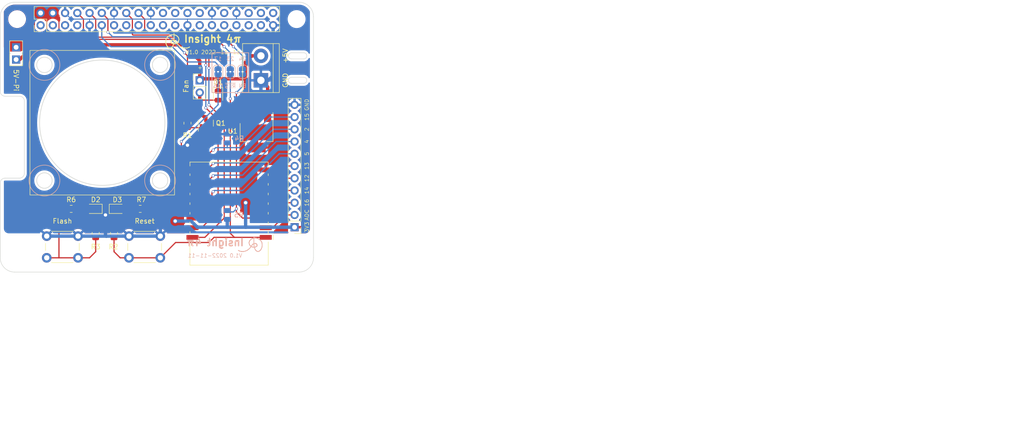
<source format=kicad_pcb>
(kicad_pcb (version 20211014) (generator pcbnew)
  (title_block (title "Insight 4π") (date "2022-11-11") (rev "1.0"))
  (layers (0 "F.Cu" mixed) (31 "B.Cu" mixed) (34 "B.Paste" user) (35 "F.Paste" user) (36 "B.SilkS" user "B.Silkscreen") (37 "F.SilkS" user "F.Silkscreen") (38 "B.Mask" user) (39 "F.Mask" user) (44 "Edge.Cuts" user))
  (net 0 "")
  (net 5 "Net-(J3-Pad8)")
  (net 6 "Net-(J3-Pad10)")
  (net 7 "Net-(J3-Pad11)")
  (net 17 "+5V")
  (net 19 "GND")
  (net 20 "3v3")
  (net 21 "Net-(D1-Pad2)")
  (net 22 "Net-(Q1-Pad1)")
  (net 33 "/ADC")
  (net 34 "/16")
  (net 35 "/14")
  (net 36 "/12")
  (net 37 "/13")
  (net 38 "/15")
  (net 39 "/2")
  (net 40 "/4")
  (net 41 "/5")
  (net 42 "Net-(J3-Pad16)")
  (net 43 "/EN")
  (net 44 "Net-(D2-Pad2)")
  (net 45 "Net-(D3-Pad2)")
  (net 46 "Pi5V")
  (net 47 "Net-(J3-Pad12)")
  (net 48 "Net-(JP2-Pad1)")
  (net 49 "Net-(JP3-Pad1)")
  (net 50 "Net-(J3-Pad18)")
  (footprint "MountingHole:MountingHole_2.7mm" (layer "F.Cu") (at 112.297 29.399)
    (fp_text reference "" (at 0 -3.7) (layer "F.SilkS"))
    (fp_text value "")
    (pad "" np_thru_hole circle locked (at 0 0) (size 2.7 2.7) (drill 2.7) (layers *.Cu *.Mask))
  )
  (footprint "MountingHole:MountingHole_2.7mm" (layer "F.Cu") (at 54.297 29.399)
    (fp_text reference "" (at 0 -3.7) (layer "F.SilkS"))
    (fp_text value "")
    (pad "" np_thru_hole circle locked (at 0 0) (size 2.7 2.7) (drill 2.7) (layers *.Cu *.Mask))
  )
  (footprint "MountingHole:MountingHole_2.7mm" (layer "F.Cu") (at 54.297 78.399)
    (fp_text reference "" (at 0 -3.7) (layer "F.SilkS"))
    (fp_text value "")
    (pad "" np_thru_hole circle locked (at 0 0) (size 2.7 2.7) (drill 2.7) (layers *.Cu *.Mask))
  )
  (footprint "MountingHole:MountingHole_2.7mm" (layer "F.Cu") (at 112.297 78.399)
    (fp_text reference "" (at 0 -3.7) (layer "F.SilkS"))
    (fp_text value "")
    (pad "" np_thru_hole circle locked (at 0 0) (size 2.7 2.7) (drill 2.7) (layers *.Cu *.Mask))
  )
  (footprint "Connector_PinHeader_2.54mm:PinHeader_1x02_P2.54mm_Vertical" (layer "F.Cu") (at 92.192 42.104)
    (fp_text reference "M1" hide)
    (fp_text value "Fan" (at -2.8448 1.2192 90) (layer "F.SilkS"))
    (fp_text user "+" (at 0 -2.5908 90 unlocked) (layer "F.SilkS") (effects (font (size 0.8 0.8) (thickness 0.1))))
    (pad "1" thru_hole rect (at 0 0) (size 1.7 1.7) (drill 1) (layers *.Cu *.Mask) (net 17 "+5V"))
    (pad "2" thru_hole oval (at 0 2.54) (size 1.7 1.7) (drill 1) (layers *.Cu *.Mask) (net 21 "Net-(D1-Pad2)"))
  )
  (footprint "Resistor_SMD:R_0805_2012Metric" (layer "F.Cu") (at 70.602 73.854 -90)
    (fp_text reference "R3" (at 2.794 0 180) (layer "F.SilkS"))
    (fp_text value "10K" hide)
    (pad "1" smd roundrect (at -0.9125 0 270) (size 1.025 1.4) (layers "F.Cu" "F.Paste" "F.Mask") (roundrect_rratio 0.243902439) (net 20 "3v3"))
    (pad "2" smd roundrect (at 0.9125 0 270) (size 1.025 1.4) (layers "F.Cu" "F.Paste" "F.Mask") (roundrect_rratio 0.243902439) (net 49 "Net-(JP3-Pad1)"))
  )
  (footprint "Diode_SMD:D_0805_2012Metric" (layer "F.Cu") (at 96.002 45.279 -90)
    (fp_text reference "D1" (at -2.794 0) (layer "F.SilkS"))
    (fp_text value "1N4007")
    (pad "1" smd roundrect (at -0.9375 0 270) (size 0.975 1.4) (layers "F.Cu" "F.Paste" "F.Mask") (net 17 "+5V"))
    (pad "2" smd roundrect (at 0.9375 0 270) (size 0.975 1.4) (layers "F.Cu" "F.Paste" "F.Mask") (net 21 "Net-(D1-Pad2)"))
  )
  (footprint "Button_Switch_THT:SW_PUSH_6mm" (layer "F.Cu") (at 77.512 74.434)
    (fp_text reference "SW1" hide)
    (fp_text value "Reset" (at 3.25 -3.12) (layer "F.SilkS"))
    (pad "1" thru_hole circle (at 6.5 0 90) (size 2 2) (drill 1.1) (layers *.Cu *.Mask) (net 19 "GND"))
    (pad "1" thru_hole circle (at 0 0 90) (size 2 2) (drill 1.1) (layers *.Cu *.Mask) (net 19 "GND"))
    (pad "2" thru_hole circle (at 6.5 4.5 90) (size 2 2) (drill 1.1) (layers *.Cu *.Mask) (net 48 "Net-(JP2-Pad1)"))
    (pad "2" thru_hole circle (at 0 4.5 90) (size 2 2) (drill 1.1) (layers *.Cu *.Mask) (net 48 "Net-(JP2-Pad1)"))
  )
  (footprint "Diode_SMD:D_0805_2012Metric" (layer "F.Cu") (at 70.271166 68.774 180)
    (fp_text reference "D2" (at -0.3425 1.905) (layer "F.SilkS"))
    (fp_text value "Red" hide)
    (pad "1" smd roundrect (at -0.9375 0 180) (size 0.975 1.4) (layers "F.Cu" "F.Paste" "F.Mask") (net 19 "GND"))
    (pad "2" smd roundrect (at 0.9375 0 180) (size 0.975 1.4) (layers "F.Cu" "F.Paste" "F.Mask") (net 44 "Net-(D2-Pad2)"))
  )
  (footprint "Package_TO_SOT_SMD:SOT-23" (layer "F.Cu") (at 93.462 50.994 90)
    (fp_text reference "Q1" (at 0 3.089) (layer "F.SilkS"))
    (fp_text value "AO3400A" hide)
    (pad "1" smd roundrect (at -0.9375 -0.95 90) (size 1.475 0.6) (layers "F.Cu" "F.Paste" "F.Mask") (net 22 "Net-(Q1-Pad1)"))
    (pad "2" smd roundrect (at -0.9375 0.95 90) (size 1.475 0.7) (layers "F.Cu" "F.Paste" "F.Mask") (net 19 "GND"))
    (pad "3" smd roundrect (at 0.9375 0 90) (size 1.475 0.7) (layers "F.Cu" "F.Paste" "F.Mask") (net 21 "Net-(D1-Pad2)"))
  )
  (footprint "Resistor_SMD:R_0805_2012Metric" (layer "F.Cu") (at 65.522 68.774)
    (fp_text reference "R6" (at 0 -1.905) (layer "F.SilkS"))
    (fp_text value "10K" hide)
    (pad "1" smd roundrect (at -0.9125 0) (size 1.025 1.4) (layers "F.Cu" "F.Paste" "F.Mask") (roundrect_rratio 0.243902439) (net 20 "3v3"))
    (pad "2" smd roundrect (at 0.9125 0) (size 1.025 1.4) (layers "F.Cu" "F.Paste" "F.Mask") (roundrect_rratio 0.243902439) (net 44 "Net-(D2-Pad2)"))
  )
  (footprint "Resistor_SMD:R_0805_2012Metric" (layer "F.Cu") (at 74.412 73.854 -90)
    (fp_text reference "R2" (at 2.794 0.127 -180) (layer "F.SilkS"))
    (fp_text value "10K" hide)
    (pad "1" smd roundrect (at -0.9125 0 270) (size 1.025 1.4) (layers "F.Cu" "F.Paste" "F.Mask") (roundrect_rratio 0.243902439) (net 20 "3v3"))
    (pad "2" smd roundrect (at 0.9125 0 270) (size 1.025 1.4) (layers "F.Cu" "F.Paste" "F.Mask") (roundrect_rratio 0.243902439) (net 48 "Net-(JP2-Pad1)"))
  )
  (footprint "Fan:Fan_30mm" (layer "F.Cu") (at 71.967 50.899)
    (fp_text reference "REF**" hide)
    (fp_text value "Fan_30mm" hide)
    (fp_circle (center -12 12) (end -10.4 12) (layer "Edge.Cuts") (width 0.12) (fill none))
    (fp_circle (center 12 12) (end 13.6 12) (layer "Edge.Cuts") (width 0.12) (fill none))
    (fp_circle (center 0 0) (end 13 0) (layer "Edge.Cuts") (width 0.12) (fill none))
    (fp_circle (center -12 -12) (end -10.4 -12) (layer "Edge.Cuts") (width 0.12) (fill none))
    (fp_circle (center 12 -12) (end 13.6 -12) (layer "Edge.Cuts") (width 0.12) (fill none))
  )
  (footprint "Symbol:PA_Logo" (layer "F.Cu") (at 84.797667 35.816563)
    (fp_text reference "REF**" hide)
    (fp_text value "PA_Logo" hide)
  )
  (footprint "Connector_PinHeader_2.54mm:PinHeader_1x02_P2.54mm_Vertical" (layer "F.Cu") (at 54.092 37.791 180)
    (fp_text reference "JP1" hide)
    (fp_text value "5V-Pi" (at 0 -4.313 270 unlocked) (layer "F.SilkS"))
    (pad "1" thru_hole rect (at 0 0 180) (size 1.7 1.7) (drill 1) (layers *.Cu *.Mask) (net 17 "+5V"))
    (pad "2" thru_hole rect (at 0 2.54 180) (size 1.7 1.7) (drill 1) (layers *.Cu *.Mask) (net 46 "Pi5V"))
  )
  (footprint "Diode_SMD:D_0805_2012Metric" (layer "F.Cu") (at 75.100332 68.774)
    (fp_text reference "D3" (at 0 -1.905) (layer "F.SilkS"))
    (fp_text value "Blue" hide)
    (pad "1" smd roundrect (at -0.9375 0) (size 0.975 1.4) (layers "F.Cu" "F.Paste" "F.Mask") (net 19 "GND"))
    (pad "2" smd roundrect (at 0.9375 0) (size 0.975 1.4) (layers "F.Cu" "F.Paste" "F.Mask") (net 45 "Net-(D3-Pad2)"))
  )
  (footprint "Button_Switch_THT:SW_PUSH_6mm" (layer "F.Cu") (at 60.442 74.434)
    (fp_text reference "SW2" hide)
    (fp_text value "Flash" (at 3.25 -3.12) (layer "F.SilkS"))
    (pad "1" thru_hole circle (at 0 0 90) (size 2 2) (drill 1.1) (layers *.Cu *.Mask) (net 19 "GND"))
    (pad "1" thru_hole circle (at 6.5 0 90) (size 2 2) (drill 1.1) (layers *.Cu *.Mask) (net 19 "GND"))
    (pad "2" thru_hole circle (at 0 4.5 90) (size 2 2) (drill 1.1) (layers *.Cu *.Mask) (net 49 "Net-(JP3-Pad1)"))
    (pad "2" thru_hole circle (at 6.5 4.5 90) (size 2 2) (drill 1.1) (layers *.Cu *.Mask) (net 49 "Net-(JP3-Pad1)"))
  )
  (footprint "Connector_PinHeader_2.54mm:PinHeader_1x11_P2.54mm_Vertical" (layer "F.Cu") (at 111.877 72.584 180)
    (fp_text reference "J2" hide)
    (fp_text value "ESP IO" hide)
    (fp_text user "14" (at -2.54 7.62 90 unlocked) (layer "F.SilkS") (effects (font (size 0.8 0.8) (thickness 0.1))))
    (fp_text user "GND" (at -2.54 25.4 90 unlocked) (layer "F.SilkS") (effects (font (size 0.8 0.8) (thickness 0.1))))
    (fp_text user "15" (at -2.54 22.86 90 unlocked) (layer "F.SilkS") (effects (font (size 0.8 0.8) (thickness 0.1))))
    (fp_text user "ADC" (at -2.54 2.54 90 unlocked) (layer "F.SilkS") (effects (font (size 0.8 0.8) (thickness 0.1))))
    (fp_text user "13" (at -2.54 12.7 90 unlocked) (layer "F.SilkS") (effects (font (size 0.8 0.8) (thickness 0.1))))
    (fp_text user "3V3" (at -2.54 0 90 unlocked) (layer "F.SilkS") (effects (font (size 0.8 0.8) (thickness 0.1))))
    (fp_text user "16" (at -2.54 5.08 90 unlocked) (layer "F.SilkS") (effects (font (size 0.8 0.8) (thickness 0.1))))
    (fp_text user "5" (at -2.54 15.24 90 unlocked) (layer "F.SilkS") (effects (font (size 0.8 0.8) (thickness 0.1))))
    (fp_text user "4" (at -2.54 17.78 90 unlocked) (layer "F.SilkS") (effects (font (size 0.8 0.8) (thickness 0.1))))
    (fp_text user "12" (at -2.54 10.16 90 unlocked) (layer "F.SilkS") (effects (font (size 0.8 0.8) (thickness 0.1))))
    (fp_text user "2" (at -2.54 20.32 90 unlocked) (layer "F.SilkS") (effects (font (size 0.8 0.8) (thickness 0.1))))
    (pad "1" thru_hole rect (at 0 0 180) (size 1.7 1.7) (drill 1) (layers *.Cu *.Mask) (net 20 "3v3"))
    (pad "2" thru_hole oval (at 0 2.54 180) (size 1.7 1.7) (drill 1) (layers *.Cu *.Mask) (net 33 "/ADC"))
    (pad "3" thru_hole oval (at 0 5.08 180) (size 1.7 1.7) (drill 1) (layers *.Cu *.Mask) (net 34 "/16"))
    (pad "4" thru_hole oval (at 0 7.62 180) (size 1.7 1.7) (drill 1) (layers *.Cu *.Mask) (net 35 "/14"))
    (pad "5" thru_hole oval (at 0 10.16 180) (size 1.7 1.7) (drill 1) (layers *.Cu *.Mask) (net 36 "/12"))
    (pad "6" thru_hole oval (at 0 12.7 180) (size 1.7 1.7) (drill 1) (layers *.Cu *.Mask) (net 37 "/13"))
    (pad "7" thru_hole oval (at 0 15.24 180) (size 1.7 1.7) (drill 1) (layers *.Cu *.Mask) (net 41 "/5"))
    (pad "8" thru_hole oval (at 0 17.78 180) (size 1.7 1.7) (drill 1) (layers *.Cu *.Mask) (net 40 "/4"))
    (pad "9" thru_hole oval (at 0 20.32 180) (size 1.7 1.7) (drill 1) (layers *.Cu *.Mask) (net 39 "/2"))
    (pad "10" thru_hole oval (at 0 22.86 180) (size 1.7 1.7) (drill 1) (layers *.Cu *.Mask) (net 38 "/15"))
    (pad "11" thru_hole oval (at 0 25.4 180) (size 1.7 1.7) (drill 1) (layers *.Cu *.Mask) (net 19 "GND"))
  )
  (footprint "Resistor_SMD:R_0805_2012Metric" (layer "F.Cu") (at 89.652 50.994 -90)
    (fp_text reference "R1" (at 2.54 0 180) (layer "F.SilkS"))
    (fp_text value "100K" hide)
    (pad "1" smd roundrect (at -0.9125 0 270) (size 1.025 1.4) (layers "F.Cu" "F.Paste" "F.Mask") (roundrect_rratio 0.243902439) (net 47 "Net-(J3-Pad12)"))
    (pad "2" smd roundrect (at 0.9125 0 270) (size 1.025 1.4) (layers "F.Cu" "F.Paste" "F.Mask") (roundrect_rratio 0.243902439) (net 22 "Net-(Q1-Pad1)"))
  )
  (footprint "Package_TO_SOT_SMD:SOT-223-3_TabPin2" (layer "F.Cu") (at 103.986 52.899 -90)
    (fp_text reference "U1" (at -0.254 4.939 180) (layer "F.SilkS"))
    (fp_text value "AMS1117-3.3" hide)
    (pad "1" smd rect (at -3.15 -2.3 270) (size 2 1.5) (layers "F.Cu" "F.Paste" "F.Mask") (net 19 "GND"))
    (pad "2" smd rect (at -3.15 0 270) (size 2 1.5) (layers "F.Cu" "F.Paste" "F.Mask") (net 20 "3v3"))
    (pad "2" smd rect (at 3.15 0 270) (size 2 3.8) (layers "F.Cu" "F.Paste" "F.Mask") (net 20 "3v3"))
    (pad "3" smd rect (at -3.15 2.3 270) (size 2 1.5) (layers "F.Cu" "F.Paste" "F.Mask") (net 17 "+5V"))
  )
  (footprint "Connector_PinHeader_2.54mm:PinHeader_2x20_P2.54mm_Vertical" (layer "F.Cu") (at 59.172 30.674 90)
    (fp_text reference "J3" hide)
    (fp_text value "RPi_GPIO" hide)
    (pad "1" thru_hole circle (at 0 0 90) (size 1.7 1.7) (drill 1) (layers *.Cu *.Mask))
    (pad "2" thru_hole oval (at 2.54 0 90) (size 1.7 1.7) (drill 1) (layers *.Cu *.Mask) (net 46 "Pi5V"))
    (pad "3" thru_hole oval (at 0 2.54 90) (size 1.7 1.7) (drill 1) (layers *.Cu *.Mask))
    (pad "4" thru_hole oval (at 2.54 2.54 90) (size 1.7 1.7) (drill 1) (layers *.Cu *.Mask) (net 46 "Pi5V"))
    (pad "5" thru_hole oval (at 0 5.08 90) (size 1.7 1.7) (drill 1) (layers *.Cu *.Mask))
    (pad "6" thru_hole oval (at 2.54 5.08 90) (size 1.7 1.7) (drill 1) (layers *.Cu *.Mask) (net 19 "GND"))
    (pad "7" thru_hole oval (at 0 7.62 90) (size 1.7 1.7) (drill 1) (layers *.Cu *.Mask))
    (pad "8" thru_hole oval (at 2.54 7.62 90) (size 1.7 1.7) (drill 1) (layers *.Cu *.Mask) (net 5 "Net-(J3-Pad8)"))
    (pad "9" thru_hole oval (at 0 10.16 90) (size 1.7 1.7) (drill 1) (layers *.Cu *.Mask) (net 19 "GND"))
    (pad "10" thru_hole oval (at 2.54 10.16 90) (size 1.7 1.7) (drill 1) (layers *.Cu *.Mask) (net 6 "Net-(J3-Pad10)"))
    (pad "11" thru_hole oval (at 0 12.7 90) (size 1.7 1.7) (drill 1) (layers *.Cu *.Mask) (net 7 "Net-(J3-Pad11)"))
    (pad "12" thru_hole oval (at 2.54 12.7 90) (size 1.7 1.7) (drill 1) (layers *.Cu *.Mask) (net 47 "Net-(J3-Pad12)"))
    (pad "13" thru_hole oval (at 0 15.24 90) (size 1.7 1.7) (drill 1) (layers *.Cu *.Mask))
    (pad "14" thru_hole oval (at 2.54 15.24 90) (size 1.7 1.7) (drill 1) (layers *.Cu *.Mask) (net 19 "GND"))
    (pad "15" thru_hole oval (at 0 17.78 90) (size 1.7 1.7) (drill 1) (layers *.Cu *.Mask))
    (pad "16" thru_hole oval (at 2.54 17.78 90) (size 1.7 1.7) (drill 1) (layers *.Cu *.Mask) (net 42 "Net-(J3-Pad16)"))
    (pad "17" thru_hole oval (at 0 20.32 90) (size 1.7 1.7) (drill 1) (layers *.Cu *.Mask))
    (pad "18" thru_hole oval (at 2.54 20.32 90) (size 1.7 1.7) (drill 1) (layers *.Cu *.Mask) (net 50 "Net-(J3-Pad18)"))
    (pad "19" thru_hole oval (at 0 22.86 90) (size 1.7 1.7) (drill 1) (layers *.Cu *.Mask))
    (pad "20" thru_hole oval (at 2.54 22.86 90) (size 1.7 1.7) (drill 1) (layers *.Cu *.Mask) (net 19 "GND"))
    (pad "21" thru_hole oval (at 0 25.4 90) (size 1.7 1.7) (drill 1) (layers *.Cu *.Mask))
    (pad "22" thru_hole oval (at 2.54 25.4 90) (size 1.7 1.7) (drill 1) (layers *.Cu *.Mask))
    (pad "23" thru_hole oval (at 0 27.94 90) (size 1.7 1.7) (drill 1) (layers *.Cu *.Mask))
    (pad "24" thru_hole oval (at 2.54 27.94 90) (size 1.7 1.7) (drill 1) (layers *.Cu *.Mask))
    (pad "25" thru_hole oval (at 0 30.48 90) (size 1.7 1.7) (drill 1) (layers *.Cu *.Mask) (net 19 "GND"))
    (pad "26" thru_hole oval (at 2.54 30.48 90) (size 1.7 1.7) (drill 1) (layers *.Cu *.Mask))
    (pad "27" thru_hole oval (at 0 33.02 90) (size 1.7 1.7) (drill 1) (layers *.Cu *.Mask))
    (pad "28" thru_hole oval (at 2.54 33.02 90) (size 1.7 1.7) (drill 1) (layers *.Cu *.Mask))
    (pad "29" thru_hole oval (at 0 35.56 90) (size 1.7 1.7) (drill 1) (layers *.Cu *.Mask))
    (pad "30" thru_hole oval (at 2.54 35.56 90) (size 1.7 1.7) (drill 1) (layers *.Cu *.Mask) (net 19 "GND"))
    (pad "31" thru_hole oval (at 0 38.1 90) (size 1.7 1.7) (drill 1) (layers *.Cu *.Mask))
    (pad "32" thru_hole oval (at 2.54 38.1 90) (size 1.7 1.7) (drill 1) (layers *.Cu *.Mask))
    (pad "33" thru_hole oval (at 0 40.64 90) (size 1.7 1.7) (drill 1) (layers *.Cu *.Mask))
    (pad "34" thru_hole oval (at 2.54 40.64 90) (size 1.7 1.7) (drill 1) (layers *.Cu *.Mask) (net 19 "GND"))
    (pad "35" thru_hole oval (at 0 43.18 90) (size 1.7 1.7) (drill 1) (layers *.Cu *.Mask))
    (pad "36" thru_hole oval (at 2.54 43.18 90) (size 1.7 1.7) (drill 1) (layers *.Cu *.Mask))
    (pad "37" thru_hole oval (at 0 45.72 90) (size 1.7 1.7) (drill 1) (layers *.Cu *.Mask))
    (pad "38" thru_hole oval (at 2.54 45.72 90) (size 1.7 1.7) (drill 1) (layers *.Cu *.Mask))
    (pad "39" thru_hole oval (at 0 48.26 90) (size 1.7 1.7) (drill 1) (layers *.Cu *.Mask) (net 19 "GND"))
    (pad "40" thru_hole oval (at 2.54 48.26 90) (size 1.7 1.7) (drill 1) (layers *.Cu *.Mask))
  )
  (footprint "Resistor_SMD:R_0805_2012Metric" (layer "F.Cu") (at 79.8495 68.774 180)
    (fp_text reference "R7" (at -0.227064 1.905) (layer "F.SilkS"))
    (fp_text value "10K" hide)
    (pad "1" smd roundrect (at -0.9125 0 180) (size 1.025 1.4) (layers "F.Cu" "F.Paste" "F.Mask") (roundrect_rratio 0.243902439) (net 39 "/2"))
    (pad "2" smd roundrect (at 0.9125 0 180) (size 1.025 1.4) (layers "F.Cu" "F.Paste" "F.Mask") (roundrect_rratio 0.243902439) (net 45 "Net-(D3-Pad2)"))
  )
  (footprint "RF_Module:ESP-07" (layer "F.Cu") (at 98.288 69.79 180)
    (fp_text reference "U2" hide)
    (fp_text value "ESP-07" hide)
    (pad "1" smd rect (at -7.6 -4.9 180) (size 2.5 1) (layers "F.Cu" "F.Paste" "F.Mask") (net 48 "Net-(JP2-Pad1)"))
    (pad "2" smd rect (at -7.6 -2.9 180) (size 2.5 1) (layers "F.Cu" "F.Paste" "F.Mask") (net 33 "/ADC"))
    (pad "3" smd rect (at -7.6 -0.9 180) (size 2.5 1) (layers "F.Cu" "F.Paste" "F.Mask") (net 43 "/EN"))
    (pad "4" smd rect (at -7.6 1.1 180) (size 2.5 1) (layers "F.Cu" "F.Paste" "F.Mask") (net 34 "/16"))
    (pad "5" smd rect (at -7.6 3.1 180) (size 2.5 1) (layers "F.Cu" "F.Paste" "F.Mask") (net 35 "/14"))
    (pad "6" smd rect (at -7.6 5.1 180) (size 2.5 1) (layers "F.Cu" "F.Paste" "F.Mask") (net 36 "/12"))
    (pad "7" smd rect (at -7.6 7.1 180) (size 2.5 1) (layers "F.Cu" "F.Paste" "F.Mask") (net 37 "/13"))
    (pad "8" smd rect (at -7.6 9.1 180) (size 2.5 1) (layers "F.Cu" "F.Paste" "F.Mask") (net 20 "3v3"))
    (pad "9" smd rect (at 7.6 9.1 180) (size 2.5 1) (layers "F.Cu" "F.Paste" "F.Mask") (net 19 "GND"))
    (pad "10" smd rect (at 7.6 7.1 180) (size 2.5 1) (layers "F.Cu" "F.Paste" "F.Mask") (net 38 "/15"))
    (pad "11" smd rect (at 7.6 5.1 180) (size 2.5 1) (layers "F.Cu" "F.Paste" "F.Mask") (net 39 "/2"))
    (pad "12" smd rect (at 7.6 3.1 180) (size 2.5 1) (layers "F.Cu" "F.Paste" "F.Mask") (net 49 "Net-(JP3-Pad1)"))
    (pad "13" smd rect (at 7.6 1.1 180) (size 2.5 1) (layers "F.Cu" "F.Paste" "F.Mask") (net 40 "/4"))
    (pad "14" smd rect (at 7.6 -0.9 180) (size 2.5 1) (layers "F.Cu" "F.Paste" "F.Mask") (net 41 "/5"))
    (pad "15" smd rect (at 7.6 -2.9 180) (size 2.5 1) (layers "F.Cu" "F.Paste" "F.Mask") (net 5 "Net-(J3-Pad8)"))
    (pad "16" smd rect (at 7.6 -4.9 180) (size 2.5 1) (layers "F.Cu" "F.Paste" "F.Mask") (net 6 "Net-(J3-Pad10)"))
  )
  (footprint "TerminalBlock:TerminalBlock_bornier-2_P5.08mm" (layer "F.Cu") (at 104.892 42.104 90)
    (fp_text reference "J1" hide)
    (fp_text value "Screw_Terminal_01x02" hide)
    (fp_text user "+5V" (at 5.08 5.08 90 unlocked) (layer "F.SilkS"))
    (fp_text user "GND" (at 0 5.08 90 unlocked) (layer "F.SilkS"))
    (pad "1" thru_hole rect (at 0 0 90) (size 3 3) (drill 1.52) (layers *.Cu *.Mask) (net 19 "GND"))
    (pad "2" thru_hole circle (at 5.08 0 90) (size 3 3) (drill 1.52) (layers *.Cu *.Mask) (net 17 "+5V"))
  )
  (footprint "Symbol:PA_Logo" (layer "B.Cu") (at 105.509431 78.031363 180)
    (fp_text reference "REF**" hide)
    (fp_text value "PA_Logo" hide)
  )
  (footprint "Resistor_SMD:R_0805_2012Metric" (layer "B.Cu") (at 97.907 70.044 90)
    (fp_text reference "R5" (at 0 2.413 180) (layer "B.SilkS") (effects (justify mirror)))
    (fp_text value "10K" hide)
    (pad "1" smd roundrect (at -0.9125 0 90) (size 1.025 1.4) (layers "B.Cu" "B.Paste" "B.Mask") (roundrect_rratio 0.243902439) (net 20 "3v3"))
    (pad "2" smd roundrect (at 0.9125 0 90) (size 1.025 1.4) (layers "B.Cu" "B.Paste" "B.Mask") (roundrect_rratio 0.243902439) (net 43 "/EN"))
  )
  (footprint "Jumper:SolderJumper-2_P1.3mm_Bridged2Bar_RoundedPad1.0x1.5mm" (layer "B.Cu") (at 98.542 40.326 90)
    (fp_text reference "JP2" hide)
    (fp_text value "Jumper_2_Bridged" hide)
    (fp_text user "~{RES}" (at -3.0175 0 unlocked) (layer "B.SilkS") (effects (font (size 0.8 0.8) (thickness 0.1)) (justify mirror)))
    (fp_text user "23" (at 2.667 0 unlocked) (layer "B.SilkS") (effects (font (size 0.8 0.8) (thickness 0.1)) (justify mirror)))
    (fp_poly (pts (xy -0.25 0.6) (xy 0.25 0.6) (xy 0.25 0.2) (xy -0.25 0.2)) (layer "B.Cu") (width 0) (fill solid))
    (fp_poly (pts (xy -0.25 -0.2) (xy 0.25 -0.2) (xy 0.25 -0.6) (xy -0.25 -0.6)) (layer "B.Cu") (width 0) (fill solid))
    (pad "1" smd custom (at -0.65 0 90) (size 1 0.5) (layers "B.Cu" "B.Mask") (net 48 "Net-(JP2-Pad1)") (options (clearance outline) (anchor rect)) (primitives (gr_circle (center 0 -0.25) (end 0.5 -0.25) (width 0) (fill yes)) (gr_circle (center 0 0.25) (end 0.5 0.25) (width 0) (fill yes)) (gr_poly (pts (xy 0.5 -0.75) (xy 0 -0.75) (xy 0 0.75) (xy 0.5 0.75)) (width 0) (fill yes))))
    (pad "2" smd custom (at 0.65 0 90) (size 1 0.5) (layers "B.Cu" "B.Mask") (net 42 "Net-(J3-Pad16)") (options (clearance outline) (anchor rect)) (primitives (gr_circle (center 0 -0.25) (end 0.5 -0.25) (width 0) (fill yes)) (gr_circle (center 0 0.25) (end 0.5 0.25) (width 0) (fill yes)) (gr_poly (pts (xy 0 -0.75) (xy -0.5 -0.75) (xy -0.5 0.75) (xy 0 0.75)) (width 0) (fill yes))))
  )
  (footprint "Resistor_SMD:R_0805_2012Metric" (layer "B.Cu") (at 97.907 54.169 90)
    (fp_text reference "R4" (at -0.0254 2.4892 180) (layer "B.SilkS") (effects (justify mirror)))
    (fp_text value "10K" hide)
    (pad "1" smd roundrect (at -0.9125 0 90) (size 1.025 1.4) (layers "B.Cu" "B.Paste" "B.Mask") (roundrect_rratio 0.243902439) (net 38 "/15"))
    (pad "2" smd roundrect (at 0.9125 0 90) (size 1.025 1.4) (layers "B.Cu" "B.Paste" "B.Mask") (roundrect_rratio 0.243902439) (net 19 "GND"))
  )
  (footprint "Jumper:SolderJumper-2_P1.3mm_Bridged2Bar_RoundedPad1.0x1.5mm" (layer "B.Cu") (at 101.082 40.326 -90)
    (fp_text reference "JP4" hide)
    (fp_text value "Jumper_2_Bridged" hide)
    (fp_text user "EN" (at 2.9205 0 unlocked) (layer "B.SilkS") (effects (font (size 0.8 0.8) (thickness 0.1)) (justify mirror)))
    (fp_text user "24" (at -2.667 0 unlocked) (layer "B.SilkS") (effects (font (size 0.8 0.8) (thickness 0.1)) (justify mirror)))
    (fp_poly (pts (xy -0.25 -0.2) (xy 0.25 -0.2) (xy 0.25 -0.6) (xy -0.25 -0.6)) (layer "B.Cu") (width 0) (fill solid))
    (fp_poly (pts (xy -0.25 0.6) (xy 0.25 0.6) (xy 0.25 0.2) (xy -0.25 0.2)) (layer "B.Cu") (width 0) (fill solid))
    (pad "1" smd custom (at -0.65 0 270) (size 1 0.5) (layers "B.Cu" "B.Mask") (net 50 "Net-(J3-Pad18)") (options (clearance outline) (anchor rect)) (primitives (gr_circle (center 0 -0.25) (end 0.5 -0.25) (width 0) (fill yes)) (gr_circle (center 0 0.25) (end 0.5 0.25) (width 0) (fill yes)) (gr_poly (pts (xy 0.5 -0.75) (xy 0 -0.75) (xy 0 0.75) (xy 0.5 0.75)) (width 0) (fill yes))))
    (pad "2" smd custom (at 0.65 0 270) (size 1 0.5) (layers "B.Cu" "B.Mask") (net 43 "/EN") (options (clearance outline) (anchor rect)) (primitives (gr_circle (center 0 -0.25) (end 0.5 -0.25) (width 0) (fill yes)) (gr_circle (center 0 0.25) (end 0.5 0.25) (width 0) (fill yes)) (gr_poly (pts (xy 0 -0.75) (xy -0.5 -0.75) (xy -0.5 0.75) (xy 0 0.75)) (width 0) (fill yes))))
  )
  (footprint "Jumper:SolderJumper-2_P1.3mm_Bridged2Bar_RoundedPad1.0x1.5mm" (layer "B.Cu") (at 96.002 40.326 90)
    (fp_text reference "JP3" hide)
    (fp_text value "Jumper_2_Bridged" hide)
    (fp_text user "17" (at 2.667 0 unlocked) (layer "B.SilkS") (effects (font (size 0.8 0.8) (thickness 0.1)) (justify mirror)))
    (fp_text user "FLS" (at -2.9205 0 unlocked) (layer "B.SilkS") (effects (font (size 0.8 0.8) (thickness 0.1)) (justify mirror)))
    (fp_poly (pts (xy -0.25 0.6) (xy 0.25 0.6) (xy 0.25 0.2) (xy -0.25 0.2)) (layer "B.Cu") (width 0) (fill solid))
    (fp_poly (pts (xy -0.25 -0.2) (xy 0.25 -0.2) (xy 0.25 -0.6) (xy -0.25 -0.6)) (layer "B.Cu") (width 0) (fill solid))
    (pad "1" smd custom (at -0.65 0 90) (size 1 0.5) (layers "B.Cu" "B.Mask") (net 49 "Net-(JP3-Pad1)") (options (clearance outline) (anchor rect)) (primitives (gr_circle (center 0 -0.25) (end 0.5 -0.25) (width 0) (fill yes)) (gr_circle (center 0 0.25) (end 0.5 0.25) (width 0) (fill yes)) (gr_poly (pts (xy 0.5 -0.75) (xy 0 -0.75) (xy 0 0.75) (xy 0.5 0.75)) (width 0) (fill yes))))
    (pad "2" smd custom (at 0.65 0 90) (size 1 0.5) (layers "B.Cu" "B.Mask") (net 7 "Net-(J3-Pad11)") (options (clearance outline) (anchor rect)) (primitives (gr_circle (center 0 -0.25) (end 0.5 -0.25) (width 0) (fill yes)) (gr_circle (center 0 0.25) (end 0.5 0.25) (width 0) (fill yes)) (gr_poly (pts (xy 0 -0.75) (xy -0.5 -0.75) (xy -0.5 0.75) (xy 0 0.75)) (width 0) (fill yes))))
  )
  (gr_rect (start 94.732 36.389) (end 102.352 44.644) (layer "B.SilkS") (width 0.15) (fill none))
  (gr_arc (start 53.797 81.899) (mid 51.67568 81.02032) (end 50.797 78.899) (layer "Edge.Cuts") (width 0.1))
  (gr_arc (start 115.797 78.899) (mid 114.91832 81.02032) (end 112.797 81.899) (layer "Edge.Cuts") (width 0.1))
  (gr_arc (start 51.797 45.399) (mid 51.089893 45.106107) (end 50.797 44.399) (layer "Edge.Cuts") (width 0.1))
  (gr_arc (start 54.797 45.399) (mid 55.504107 45.691893) (end 55.797 46.399) (layer "Edge.Cuts") (width 0.1))
  (gr_arc (start 55.797 61.399) (mid 55.504107 62.106107) (end 54.797 62.399) (layer "Edge.Cuts") (width 0.1))
  (gr_arc (start 50.797 63.399) (mid 51.089893 62.691893) (end 51.797 62.399) (layer "Edge.Cuts") (width 0.1))
  (gr_arc (start 50.797 28.899) (mid 51.67568 26.77768) (end 53.797 25.899) (layer "Edge.Cuts") (width 0.1))
  (gr_line (start 53.797 25.899) (end 112.797 25.899) (layer "Edge.Cuts") (width 0.1))
  (gr_arc (start 112.797 25.899) (mid 114.91832 26.77768) (end 115.797 28.899) (layer "Edge.Cuts") (width 0.1))
  (gr_arc (start 111.242 37.659) (mid 110.607 37.024) (end 111.242 36.389) (layer "Edge.Cuts") (width 0.1))
  (gr_line (start 53.797 81.899) (end 112.797 81.899) (layer "Edge.Cuts") (width 0.1))
  (gr_line (start 111.242 41.469) (end 113.782 41.469) (layer "Edge.Cuts") (width 0.1))
  (gr_line (start 50.797 28.899) (end 50.797 44.399) (layer "Edge.Cuts") (width 0.1))
  (gr_line (start 111.242 36.389) (end 113.782 36.389) (layer "Edge.Cuts") (width 0.1))
  (gr_arc (start 113.782 36.389) (mid 114.417 37.024) (end 113.782 37.659) (layer "Edge.Cuts") (width 0.1))
  (gr_line (start 111.242 37.659) (end 113.782 37.659) (layer "Edge.Cuts") (width 0.1))
  (gr_line (start 51.797 62.399) (end 54.797 62.399) (layer "Edge.Cuts") (width 0.1))
  (gr_line (start 55.797 46.399) (end 55.797 61.399) (layer "Edge.Cuts") (width 0.1))
  (gr_arc (start 111.242 42.739) (mid 110.607 42.104) (end 111.242 41.469) (layer "Edge.Cuts") (width 0.1))
  (gr_line (start 50.797 63.399) (end 50.797 78.899) (layer "Edge.Cuts") (width 0.1))
  (gr_line (start 51.797 45.399) (end 54.797 45.399) (layer "Edge.Cuts") (width 0.1))
  (gr_arc (start 113.782 41.469) (mid 114.417 42.104) (end 113.782 42.739) (layer "Edge.Cuts") (width 0.1))
  (gr_line (start 115.797 28.899) (end 115.797 78.899) (layer "Edge.Cuts") (width 0.1))
  (gr_line (start 111.242 42.739) (end 113.782 42.739) (layer "Edge.Cuts") (width 0.1))
  (gr_text "V${REVISION} ${ISSUE_DATE}" (at 95.371898 78.4768) (layer "B.SilkS") (effects (font (size 0.8 0.8) (thickness 0.1)) (justify mirror)))
  (gr_text "${TITLE}\n" (at 95.422698 75.7336) (layer "B.SilkS") (effects (font (size 1.5 1.5) (thickness 0.3)) (justify mirror)))
  (gr_text "V${REVISION} ${ISSUE_DATE}" (at 94.9352 36.262) (layer "F.SilkS") (effects (font (size 0.8 0.8) (thickness 0.1))))
  (gr_text "${TITLE}\n" (at 94.8844 33.5188) (layer "F.SilkS") (effects (font (size 1.5 1.5) (thickness 0.3))))
  (segment (start 92.594 72.69) (end 90.688 72.69) (width 0.25) (layer "F.Cu") (net 5))
  (segment (start 68.062 33.214) (end 68.062 29.404) (width 0.25) (layer "F.Cu") (net 5))
  (segment (start 93.462 38.929) (end 93.462 35.119) (width 0.25) (layer "F.Cu") (net 5))
  (segment (start 96.002 69.282) (end 92.594 72.69) (width 0.25) (layer "F.Cu") (net 5))
  (segment (start 68.062 29.404) (end 66.792 28.134) (width 0.25) (layer "F.Cu") (net 5))
  (segment (start 96.002 50.359) (end 96.002 69.282) (width 0.25) (layer "F.Cu") (net 5))
  (segment (start 93.462 35.119) (end 91.94804 33.60504) (width 0.25) (layer "F.Cu") (net 5))
  (segment (start 68.45304 33.60504) (end 68.062 33.214) (width 0.25) (layer "F.Cu") (net 5))
  (segment (start 93.462 47.819) (end 96.002 50.359) (width 0.25) (layer "F.Cu") (net 5))
  (segment (start 91.94804 33.60504) (end 68.45304 33.60504) (width 0.25) (layer "F.Cu") (net 5))
  (via (at 93.462 38.929) (size 0.6) (drill 0.4) (layers "F.Cu" "B.Cu") (net 5))
  (via (at 93.462 47.819) (size 0.6) (drill 0.4) (layers "F.Cu" "B.Cu") (net 5))
  (segment (start 93.462 38.929) (end 93.462 47.819) (width 0.25) (layer "B.Cu") (net 5))
  (segment (start 94.097 34.865) (end 92.38752 33.15552) (width 0.25) (layer "F.Cu") (net 6))
  (segment (start 97.272 70.679) (end 93.261 74.69) (width 0.25) (layer "F.Cu") (net 6))
  (segment (start 94.097 47.184) (end 97.272 50.359) (width 0.25) (layer "F.Cu") (net 6))
  (segment (start 92.38752 33.15552) (end 71.05152 33.15552) (width 0.25) (layer "F.Cu") (net 6))
  (segment (start 71.05152 33.15552) (end 70.602 32.706) (width 0.25) (layer "F.Cu") (net 6))
  (segment (start 94.097 39.564) (end 94.097 34.865) (width 0.25) (layer "F.Cu") (net 6))
  (segment (start 93.261 74.69) (end 90.688 74.69) (width 0.25) (layer "F.Cu") (net 6))
  (segment (start 97.272 50.359) (end 97.272 70.679) (width 0.25) (layer "F.Cu") (net 6))
  (segment (start 70.602 29.404) (end 69.332 28.134) (width 0.25) (layer "F.Cu") (net 6))
  (segment (start 70.602 32.706) (end 70.602 29.404) (width 0.25) (layer "F.Cu") (net 6))
  (via (at 94.097 39.564) (size 0.6) (drill 0.4) (layers "F.Cu" "B.Cu") (net 6))
  (via (at 94.097 47.184) (size 0.6) (drill 0.4) (layers "F.Cu" "B.Cu") (net 6))
  (segment (start 94.097 39.564) (end 94.097 47.184) (width 0.25) (layer "B.Cu") (net 6))
  (segment (start 71.872 33.214) (end 71.872 30.674) (width 0.25) (layer "B.Cu") (net 7))
  (segment (start 89.652 38.294) (end 86.477 35.119) (width 0.25) (layer "B.Cu") (net 7))
  (segment (start 73.777 35.119) (end 71.872 33.214) (width 0.25) (layer "B.Cu") (net 7))
  (segment (start 95.367 38.294) (end 89.652 38.294) (width 0.25) (layer "B.Cu") (net 7))
  (segment (start 96.002 38.929) (end 95.367 38.294) (width 0.25) (layer "B.Cu") (net 7))
  (segment (start 96.002 39.676) (end 96.002 38.929) (width 0.25) (layer "B.Cu") (net 7))
  (segment (start 86.477 35.119) (end 73.777 35.119) (width 0.25) (layer "B.Cu") (net 7))
  (segment (start 101.686 41.7915) (end 101.686 38.325) (width 0.7) (layer "F.Cu") (net 17))
  (segment (start 101.686 38.325) (end 102.987 37.024) (width 0.7) (layer "F.Cu") (net 17))
  (segment (start 101.686 41.7915) (end 101.686 49.749) (width 0.7) (layer "F.Cu") (net 17))
  (segment (start 92.192 42.104) (end 92.192 38.04) (width 0.7) (layer "F.Cu") (net 17))
  (segment (start 102.987 37.024) (end 104.892 37.024) (width 0.7) (layer "F.Cu") (net 17))
  (segment (start 88.89 34.738) (end 57.902 34.738) (width 0.7) (layer "F.Cu") (net 17))
  (segment (start 96.002 44.3415) (end 96.002 42.104) (width 0.7) (layer "F.Cu") (net 17))
  (segment (start 96.002 42.104) (end 96.3145 41.7915) (width 0.7) (layer "F.Cu") (net 17))
  (segment (start 57.902 34.738) (end 54.849 37.791) (width 0.7) (layer "F.Cu") (net 17))
  (segment (start 101.686 41.7915) (end 96.3145 41.7915) (width 0.7) (layer "F.Cu") (net 17))
  (segment (start 96.3145 41.7915) (end 92.5045 41.7915) (width 0.7) (layer "F.Cu") (net 17))
  (segment (start 92.192 38.04) (end 88.89 34.738) (width 0.7) (layer "F.Cu") (net 17))
  (segment (start 54.849 37.791) (end 54.092 37.791) (width 0.7) (layer "F.Cu") (net 17))
  (segment (start 90.688 60.69) (end 90.688 55.673) (width 0.7) (layer "F.Cu") (net 19))
  (segment (start 72.634 68.774) (end 74.162832 68.774) (width 0.7) (layer "F.Cu") (net 19))
  (segment (start 72.634 68.774) (end 72.634 70.044) (width 0.7) (layer "F.Cu") (net 19))
  (segment (start 106.286 49.749) (end 106.286 43.498) (width 0.7) (layer "F.Cu") (net 19))
  (segment (start 93.462 55.439) (end 90.922 55.439) (width 0.7) (layer "F.Cu") (net 19))
  (segment (start 106.286 43.498) (end 104.892 42.104) (width 0.7) (layer "F.Cu") (net 19))
  (segment (start 94.412 54.489) (end 93.462 55.439) (width 0.7) (layer "F.Cu") (net 19))
  (segment (start 90.688 55.673) (end 90.922 55.439) (width 0.7) (layer "F.Cu") (net 19))
  (segment (start 71.208666 68.774) (end 72.634 68.774) (width 0.7) (layer "F.Cu") (net 19))
  (segment (start 89.779 55.439) (end 90.922 55.439) (width 0.7) (layer "F.Cu") (net 19))
  (segment (start 89.652 55.566) (end 89.779 55.439) (width 0.7) (layer "F.Cu") (net 19))
  (segment (start 94.412 51.9315) (end 94.412 54.489) (width 0.7) (layer "F.Cu") (net 19))
  (via (at 72.634 70.044) (size 1) (drill 0.7) (layers "F.Cu" "B.Cu") (net 19))
  (via (at 89.652 55.566) (size 1) (drill 0.7) (layers "F.Cu" "B.Cu") (net 19))
  (segment (start 94.732001 29.403999) (end 89.652001 29.403999) (width 0.2) (layer "B.Cu") (net 19))
  (segment (start 92.065 55.566) (end 100.447 47.184) (width 0.7) (layer "B.Cu") (net 19))
  (segment (start 101.3595 53.2565) (end 102.352 52.264) (width 0.7) (layer "B.Cu") (net 19))
  (segment (start 107.178 33.468) (end 107.432 33.214) (width 0.7) (layer "B.Cu") (net 19))
  (segment (start 72.634 74.252) (end 72.816 74.434) (width 0.7) (layer "B.Cu") (net 19))
  (segment (start 97.907 53.2565) (end 101.3595 53.2565) (width 0.7) (layer "B.Cu") (net 19))
  (segment (start 104.892 47.184) (end 111.877 47.184) (width 0.7) (layer "B.Cu") (net 19))
  (segment (start 99.812 28.134) (end 99.812001 29.403999) (width 0.2) (layer "B.Cu") (net 19))
  (segment (start 89.652001 29.403999) (end 89.652 30.674) (width 0.2) (layer "B.Cu") (net 19))
  (segment (start 107.432 41.088) (end 107.432 33.214) (width 0.7) (layer "B.Cu") (net 19))
  (segment (start 89.652 31.944) (end 91.176 33.468) (width 0.7) (layer "B.Cu") (net 19))
  (segment (start 104.892 42.104) (end 106.416 42.104) (width 0.7) (layer "B.Cu") (net 19))
  (segment (start 104.892 42.104) (end 104.892 47.184) (width 0.7) (layer "B.Cu") (net 19))
  (segment (start 89.652 55.566) (end 88.382 56.836) (width 0.7) (layer "B.Cu") (net 19))
  (segment (start 91.176 33.468) (end 107.178 33.468) (width 0.7) (layer "B.Cu") (net 19))
  (segment (start 74.412 28.134) (end 74.412001 29.403999) (width 0.2) (layer "B.Cu") (net 19))
  (segment (start 72.634 70.044) (end 72.634 74.252) (width 0.7) (layer "B.Cu") (net 19))
  (segment (start 89.652 55.566) (end 92.065 55.566) (width 0.7) (layer "B.Cu") (net 19))
  (segment (start 94.732001 29.403999) (end 106.161999 29.403999) (width 0.2) (layer "B.Cu") (net 19))
  (segment (start 89.652001 29.403999) (end 82.032001 29.403999) (width 0.2) (layer "B.Cu") (net 19))
  (segment (start 106.161999 29.403999) (end 107.432 30.674) (width 0.2) (layer "B.Cu") (net 19))
  (segment (start 102.352 52.264) (end 102.352 47.184) (width 0.7) (layer "B.Cu") (net 19))
  (segment (start 60.442 74.434) (end 66.942 74.434) (width 0.7) (layer "B.Cu") (net 19))
  (segment (start 66.942 74.434) (end 72.816 74.434) (width 0.7) (layer "B.Cu") (net 19))
  (segment (start 69.332 30.674) (end 69.331999 29.403999) (width 0.2) (layer "B.Cu") (net 19))
  (segment (start 65.521999 29.403999) (end 64.252 28.134) (width 0.2) (layer "B.Cu") (net 19))
  (segment (start 77.512 74.434) (end 84.012 74.434) (width 0.7) (layer "B.Cu") (net 19))
  (segment (start 69.331999 29.403999) (end 65.521999 29.403999) (width 0.2) (layer "B.Cu") (net 19))
  (segment (start 104.892 47.184) (end 102.352 47.184) (width 0.7) (layer "B.Cu") (net 19))
  (segment (start 72.816 74.434) (end 77.512 74.434) (width 0.7) (layer "B.Cu") (net 19))
  (segment (start 74.412001 29.403999) (end 69.331999 29.403999) (width 0.2) (layer "B.Cu") (net 19))
  (segment (start 94.732 28.134) (end 94.732001 29.403999) (width 0.2) (layer "B.Cu") (net 19))
  (segment (start 106.416 42.104) (end 107.432 41.088) (width 0.7) (layer "B.Cu") (net 19))
  (segment (start 84.012 74.144) (end 84.012 68.699) (width 0.7) (layer "B.Cu") (net 19))
  (segment (start 82.032 28.134) (end 82.032001 29.403999) (width 0.2) (layer "B.Cu") (net 19))
  (segment (start 84.012 68.699) (end 88.382 64.329) (width 0.7) (layer "B.Cu") (net 19))
  (segment (start 89.652 31.944) (end 89.652 30.674) (width 0.7) (layer "B.Cu") (net 19))
  (segment (start 102.352 47.184) (end 100.447 47.184) (width 0.7) (layer "B.Cu") (net 19))
  (segment (start 107.432 33.214) (end 107.432 30.674) (width 0.7) (layer "B.Cu") (net 19))
  (segment (start 82.032001 29.403999) (end 74.412001 29.403999) (width 0.2) (layer "B.Cu") (net 19))
  (segment (start 88.382 56.836) (end 88.382 64.329) (width 0.7) (layer "B.Cu") (net 19))
  (segment (start 72.507 72.664) (end 72.2295 72.9415) (width 0.7) (layer "F.Cu") (net 20))
  (segment (start 72.507 71.314) (end 87.112 71.314) (width 0.7) (layer "F.Cu") (net 20))
  (segment (start 66.157 71.314) (end 72.507 71.314) (width 0.7) (layer "F.Cu") (net 20))
  (segment (start 64.6095 69.7665) (end 64.6095 68.774) (width 0.7) (layer "F.Cu") (net 20))
  (segment (start 70.602 72.9415) (end 72.2295 72.9415) (width 0.7) (layer "F.Cu") (net 20))
  (segment (start 103.986 56.049) (end 103.986 49.749) (width 0.7) (layer "F.Cu") (net 20))
  (segment (start 102.816 60.69) (end 104.086 60.69) (width 0.7) (layer "F.Cu") (net 20))
  (segment (start 104.086 60.69) (end 105.138 60.69) (width 0.7) (layer "F.Cu") (net 20))
  (segment (start 72.2295 72.9415) (end 74.412 72.9415) (width 0.7) (layer "F.Cu") (net 20))
  (segment (start 101.717 67.504) (end 101.717 61.789) (width 0.7) (layer "F.Cu") (net 20))
  (segment (start 66.157 71.314) (end 64.6095 69.7665) (width 0.7) (layer "F.Cu") (net 20))
  (segment (start 103.986 56.049) (end 103.986 60.59) (width 0.7) (layer "F.Cu") (net 20))
  (segment (start 72.507 71.314) (end 72.507 72.664) (width 0.7) (layer "F.Cu") (net 20))
  (segment (start 101.717 61.789) (end 102.816 60.69) (width 0.7) (layer "F.Cu") (net 20))
  (segment (start 103.986 60.59) (end 104.086 60.69) (width 0.7) (layer "F.Cu") (net 20))
  (via (at 101.717 67.504) (size 1) (drill 0.7) (layers "F.Cu" "B.Cu") (net 20))
  (via (at 87.112 71.314) (size 1) (drill 0.7) (layers "F.Cu" "B.Cu") (net 20))
  (segment (start 87.112 71.314) (end 90.414 71.314) (width 0.7) (layer "B.Cu") (net 20))
  (segment (start 90.414 71.314) (end 91.684 72.584) (width 0.7) (layer "B.Cu") (net 20))
  (segment (start 97.907 72.584) (end 97.907 70.9565) (width 0.7) (layer "B.Cu") (net 20))
  (segment (start 101.717 67.504) (end 101.717 72.584) (width 0.7) (layer "B.Cu") (net 20))
  (segment (start 111.877 72.584) (end 101.717 72.584) (width 0.7) (layer "B.Cu") (net 20))
  (segment (start 101.717 72.584) (end 97.907 72.584) (width 0.7) (layer "B.Cu") (net 20))
  (segment (start 91.684 72.584) (end 97.907 72.584) (width 0.7) (layer "B.Cu") (net 20))
  (segment (start 92.192 45.914) (end 92.192 44.644) (width 0.7) (layer "F.Cu") (net 21))
  (segment (start 92.192 48.7865) (end 92.192 45.914) (width 0.7) (layer "F.Cu") (net 21))
  (segment (start 92.4945 46.2165) (end 92.192 45.914) (width 0.25) (layer "F.Cu") (net 21))
  (segment (start 93.462 50.0565) (end 92.192 48.7865) (width 0.7) (layer "F.Cu") (net 21))
  (segment (start 96.002 46.2165) (end 92.4945 46.2165) (width 0.25) (layer "F.Cu") (net 21))
  (segment (start 89.9545 51.9315) (end 92.512 51.9315) (width 0.25) (layer "F.Cu") (net 22))
  (segment (start 105.888 72.69) (end 107.326 72.69) (width 0.25) (layer "F.Cu") (net 33))
  (segment (start 109.972 70.044) (end 111.877 70.044) (width 0.25) (layer "F.Cu") (net 33))
  (segment (start 107.326 72.69) (end 109.972 70.044) (width 0.25) (layer "F.Cu") (net 33))
  (segment (start 109.972 67.504) (end 111.877 67.504) (width 0.25) (layer "F.Cu") (net 34))
  (segment (start 108.786 68.69) (end 109.972 67.504) (width 0.25) (layer "F.Cu") (net 34))
  (segment (start 105.888 68.69) (end 108.786 68.69) (width 0.25) (layer "F.Cu") (net 34))
  (segment (start 109.972 64.964) (end 111.877 64.964) (width 0.25) (layer "F.Cu") (net 35))
  (segment (start 105.888 66.69) (end 108.246 66.69) (width 0.25) (layer "F.Cu") (net 35))
  (segment (start 108.246 66.69) (end 109.972 64.964) (width 0.25) (layer "F.Cu") (net 35))
  (segment (start 109.972 62.424) (end 111.877 62.424) (width 0.25) (layer "F.Cu") (net 36))
  (segment (start 107.706 64.69) (end 109.972 62.424) (width 0.25) (layer "F.Cu") (net 36))
  (segment (start 105.888 64.69) (end 107.706 64.69) (width 0.25) (layer "F.Cu") (net 36))
  (segment (start 105.888 62.69) (end 107.166 62.69) (width 0.25) (layer "F.Cu") (net 37))
  (segment (start 109.972 59.884) (end 111.877 59.884) (width 0.25) (layer "F.Cu") (net 37))
  (segment (start 107.166 62.69) (end 109.972 59.884) (width 0.25) (layer "F.Cu") (net 37))
  (segment (start 94.859 56.582) (end 92.827 58.614) (width 0.25) (layer "F.Cu") (net 38))
  (segment (start 92.827 58.614) (end 92.827 61.789) (width 0.25) (layer "F.Cu") (net 38))
  (segment (start 91.926 62.69) (end 90.688 62.69) (width 0.25) (layer "F.Cu") (net 38))
  (segment (start 94.986 56.582) (end 94.859 56.582) (width 0.25) (layer "F.Cu") (net 38))
  (segment (start 92.827 61.789) (end 91.926 62.69) (width 0.25) (layer "F.Cu") (net 38))
  (via (at 94.986 56.582) (size 0.6) (drill 0.4) (layers "F.Cu" "B.Cu") (net 38))
  (segment (start 94.986 56.582) (end 95.494 56.074) (width 0.25) (layer "B.Cu") (net 38))
  (segment (start 97.907 56.074) (end 100.447 56.074) (width 0.25) (layer "B.Cu") (net 38))
  (segment (start 106.797 49.724) (end 111.877 49.724) (width 0.25) (layer "B.Cu") (net 38))
  (segment (start 97.907 55.0815) (end 97.907 56.074) (width 0.25) (layer "B.Cu") (net 38))
  (segment (start 100.447 56.074) (end 106.797 49.724) (width 0.25) (layer "B.Cu") (net 38))
  (segment (start 95.494 56.074) (end 97.907 56.074) (width 0.25) (layer "B.Cu") (net 38))
  (segment (start 80.762 68.774) (end 87.112 68.774) (width 0.25) (layer "F.Cu") (net 39))
  (segment (start 92.006001 67.689999) (end 93.462 66.234) (width 0.25) (layer "F.Cu") (net 39))
  (segment (start 93.462 60.9) (end 93.462 64.71) (width 0.25) (layer "F.Cu") (net 39))
  (segment (start 94.986 59.376) (end 93.462 60.9) (width 0.25) (layer "F.Cu") (net 39))
  (segment (start 93.462 64.71) (end 93.462 66.244511) (width 0.25) (layer "F.Cu") (net 39))
  (segment (start 93.442 64.69) (end 93.462 64.71) (width 0.25) (layer "F.Cu") (net 39))
  (segment (start 87.112 68.774) (end 88.196001 67.689999) (width 0.25) (layer "F.Cu") (net 39))
  (segment (start 90.688 64.69) (end 93.442 64.69) (width 0.25) (layer "F.Cu") (net 39))
  (segment (start 92.006001 67.689999) (end 88.196001 67.689999) (width 0.25) (layer "F.Cu") (net 39))
  (via (at 94.986 59.376) (size 0.6) (drill 0.4) (layers "F.Cu" "B.Cu") (net 39))
  (segment (start 94.986 59.376) (end 95.113 59.249) (width 0.25) (layer "B.Cu") (net 39))
  (segment (start 100.447 59.249) (end 107.432 52.264) (width 0.25) (layer "B.Cu") (net 39))
  (segment (start 107.432 52.264) (end 111.877 52.264) (width 0.25) (layer "B.Cu") (net 39))
  (segment (start 95.113 59.249) (end 100.447 59.249) (width 0.25) (layer "B.Cu") (net 39))
  (segment (start 94.097 62.805) (end 94.097 66.869) (width 0.25) (layer "F.Cu") (net 40))
  (segment (start 92.276 68.69) (end 90.688 68.69) (width 0.25) (layer "F.Cu") (net 40))
  (segment (start 94.097 66.869) (end 92.276 68.69) (width 0.25) (layer "F.Cu") (net 40))
  (segment (start 94.986 61.916) (end 94.097 62.805) (width 0.25) (layer "F.Cu") (net 40))
  (via (at 94.986 61.916) (size 0.6) (drill 0.4) (layers "F.Cu" "B.Cu") (net 40))
  (segment (start 94.986 61.916) (end 95.113 61.789) (width 0.25) (layer "B.Cu") (net 40))
  (segment (start 95.113 61.789) (end 101.082 61.789) (width 0.25) (layer "B.Cu") (net 40))
  (segment (start 101.082 61.789) (end 108.067 54.804) (width 0.25) (layer "B.Cu") (net 40))
  (segment (start 108.067 54.804) (end 111.877 54.804) (width 0.25) (layer "B.Cu") (net 40))
  (segment (start 94.986 65.218) (end 94.732 65.472) (width 0.25) (layer "F.Cu") (net 41))
  (segment (start 92.181 70.69) (end 90.688 70.69) (width 0.25) (layer "F.Cu") (net 41))
  (segment (start 94.732 68.139) (end 92.181 70.69) (width 0.25) (layer "F.Cu") (net 41))
  (segment (start 94.732 65.472) (end 94.732 68.139) (width 0.25) (layer "F.Cu") (net 41))
  (via (at 94.986 65.218) (size 0.6) (drill 0.4) (layers "F.Cu" "B.Cu") (net 41))
  (segment (start 101.082 64.964) (end 108.702 57.344) (width 0.25) (layer "B.Cu") (net 41))
  (segment (start 108.702 57.344) (end 111.877 57.344) (width 0.25) (layer "B.Cu") (net 41))
  (segment (start 94.986 65.218) (end 95.24 64.964) (width 0.25) (layer "B.Cu") (net 41))
  (segment (start 95.24 64.964) (end 101.082 64.964) (width 0.25) (layer "B.Cu") (net 41))
  (segment (start 78.222 29.404) (end 76.952 28.134) (width 0.25) (layer "F.Cu") (net 42))
  (segment (start 97.272 35.119) (end 94.859 32.706) (width 0.25) (layer "F.Cu") (net 42))
  (segment (start 78.222 32.579) (end 78.222 29.404) (width 0.25) (layer "F.Cu") (net 42))
  (segment (start 94.859 32.706) (end 78.349 32.706) (width 0.25) (layer "F.Cu") (net 42))
  (segment (start 78.349 32.706) (end 78.222 32.579) (width 0.25) (layer "F.Cu") (net 42))
  (via (at 97.272 35.119) (size 0.6) (drill 0.4) (layers "F.Cu" "B.Cu") (net 42))
  (segment (start 98.542 36.389) (end 98.542 39.676) (width 0.25) (layer "B.Cu") (net 42))
  (segment (start 97.272 35.119) (end 98.542 36.389) (width 0.25) (layer "B.Cu") (net 42))
  (segment (start 99.812 69.409) (end 101.093 70.69) (width 0.25) (layer "F.Cu") (net 43))
  (segment (start 99.812 44.644) (end 99.812 68.774) (width 0.25) (layer "F.Cu") (net 43))
  (segment (start 99.812 68.774) (end 99.812 69.409) (width 0.25) (layer "F.Cu") (net 43))
  (segment (start 101.093 70.69) (end 105.888 70.69) (width 0.25) (layer "F.Cu") (net 43))
  (via (at 99.812 44.644) (size 0.6) (drill 0.4) (layers "F.Cu" "B.Cu") (net 43))
  (via (at 99.812 68.774) (size 0.6) (drill 0.4) (layers "F.Cu" "B.Cu") (net 43))
  (segment (start 101.082 43.374) (end 99.812 44.644) (width 0.25) (layer "B.Cu") (net 43))
  (segment (start 99.177 69.409) (end 98.1845 69.409) (width 0.25) (layer "B.Cu") (net 43))
  (segment (start 101.082 40.976) (end 101.082 43.374) (width 0.25) (layer "B.Cu") (net 43))
  (segment (start 99.812 68.774) (end 99.177 69.409) (width 0.25) (layer "B.Cu") (net 43))
  (segment (start 66.4345 68.774) (end 69.333666 68.774) (width 0.25) (layer "F.Cu") (net 44))
  (segment (start 76.037832 68.774) (end 78.937 68.774) (width 0.25) (layer "F.Cu") (net 45))
  (segment (start 57.648 31.69) (end 57.648 28.896) (width 0.7) (layer "F.Cu") (net 46))
  (segment (start 56.886 32.706) (end 56.7615 32.5815) (width 0.2) (layer "F.Cu") (net 46))
  (segment (start 62.347 32.706) (end 59.553 32.706) (width 0.2) (layer "F.Cu") (net 46))
  (segment (start 54.092 35.251) (end 56.7615 32.5815) (width 0.7) (layer "F.Cu") (net 46))
  (segment (start 60.442 31.817) (end 60.442 28.515) (width 0.2) (layer "F.Cu") (net 46))
  (segment (start 57.648 28.896) (end 58.41 28.134) (width 0.7) (layer "F.Cu") (net 46))
  (segment (start 57.14 32.203) (end 57.14 32.198) (width 0.7) (layer "F.Cu") (net 46))
  (segment (start 56.7615 32.5815) (end 57.14 32.203) (width 0.7) (layer "F.Cu") (net 46))
  (segment (start 60.569 28.134) (end 61.712 28.134) (width 0.7) (layer "F.Cu") (net 46))
  (segment (start 58.41 28.134) (end 59.172 28.134) (width 0.7) (layer "F.Cu") (net 46))
  (segment (start 59.553 32.706) (end 56.886 32.706) (width 0.2) (layer "F.Cu") (net 46))
  (segment (start 57.14 32.198) (end 57.648 31.69) (width 0.7) (layer "F.Cu") (net 46))
  (segment (start 60.061 28.134) (end 60.569 28.134) (width 0.7) (layer "F.Cu") (net 46))
  (segment (start 62.982 28.642) (end 62.474 28.134) (width 0.2) (layer "F.Cu") (net 46))
  (segment (start 60.442 31.817) (end 59.553 32.706) (width 0.2) (layer "F.Cu") (net 46))
  (segment (start 62.982 32.071) (end 62.347 32.706) (width 0.2) (layer "F.Cu") (net 46))
  (segment (start 62.474 28.134) (end 61.712 28.134) (width 0.2) (layer "F.Cu") (net 46))
  (segment (start 59.172 28.134) (end 60.061 28.134) (width 0.7) (layer "F.Cu") (net 46))
  (segment (start 62.982 28.642) (end 62.982 32.071) (width 0.2) (layer "F.Cu") (net 46))
  (segment (start 60.442 28.515) (end 60.061 28.134) (width 0.2) (layer "F.Cu") (net 46))
  (segment (start 89.652 50.0815) (end 89.652 37.024) (width 0.25) (layer "F.Cu") (net 47))
  (segment (start 73.141999 29.403999) (end 71.872 28.134) (width 0.25) (layer "F.Cu") (net 47))
  (segment (start 73.141999 32.090289) (end 73.141999 29.403999) (width 0.25) (layer "F.Cu") (net 47))
  (segment (start 89.652 37.024) (end 89.017 36.389) (width 0.25) (layer "F.Cu") (net 47))
  (via (at 89.017 36.389) (size 0.6) (drill 0.4) (layers "F.Cu" "B.Cu") (net 47))
  (via (at 73.141999 32.090289) (size 0.6) (drill 0.4) (layers "F.Cu" "B.Cu") (net 47))
  (segment (start 74.11331 33.0616) (end 85.6896 33.0616) (width 0.25) (layer "B.Cu") (net 47))
  (segment (start 89.017 36.389) (end 85.6896 33.0616) (width 0.25) (layer "B.Cu") (net 47))
  (segment (start 73.141999 32.090289) (end 74.11331 33.0616) (width 0.25) (layer "B.Cu") (net 47))
  (segment (start 105.888 74.69) (end 99.378 74.69) (width 0.25) (layer "F.Cu") (net 48))
  (segment (start 98.542 45.914) (end 98.542 73.854) (width 0.25) (layer "F.Cu") (net 48))
  (segment (start 75.682 78.934) (end 74.412 77.664) (width 0.25) (layer "F.Cu") (net 48))
  (segment (start 87.187 75.759) (end 84.012 78.934) (width 0.25) (layer "F.Cu") (net 48))
  (segment (start 95.166 74.69) (end 94.097 75.759) (width 0.25) (layer "F.Cu") (net 48))
  (segment (start 99.378 74.69) (end 95.166 74.69) (width 0.25) (layer "F.Cu") (net 48))
  (segment (start 77.512 78.934) (end 75.682 78.934) (width 0.25) (layer "F.Cu") (net 48))
  (segment (start 94.097 75.759) (end 87.187 75.759) (width 0.25) (layer "F.Cu") (net 48))
  (segment (start 74.412 77.664) (end 74.412 74.7665) (width 0.25) (layer "F.Cu") (net 48))
  (segment (start 77.512 78.934) (end 84.012 78.934) (width 0.25) (layer "F.Cu") (net 48))
  (segment (start 98.542 73.854) (end 99.378 74.69) (width 0.25) (layer "F.Cu") (net 48))
  (via (at 98.542 45.914) (size 0.6) (drill 0.4) (layers "F.Cu" "B.Cu") (net 48))
  (segment (start 98.542 40.976) (end 98.542 45.914) (width 0.25) (layer "B.Cu") (net 48))
  (segment (start 88.434 66.69) (end 90.688 66.69) (width 0.25) (layer "F.Cu") (net 49))
  (segment (start 70.602 74.7665) (end 70.602 77.664) (width 0.25) (layer "F.Cu") (net 49))
  (segment (start 60.442 78.934) (end 66.942 78.934) (width 0.25) (layer "F.Cu") (net 49))
  (segment (start 69.332 78.934) (end 66.942 78.934) (width 0.25) (layer "F.Cu") (net 49))
  (segment (start 88.382 54.804) (end 88.382 66.638) (width 0.25) (layer "F.Cu") (net 49))
  (segment (start 70.602 77.664) (end 69.332 78.934) (width 0.25) (layer "F.Cu") (net 49))
  (segment (start 63.796 66.69) (end 62.982 67.504) (width 0.25) (layer "F.Cu") (net 49))
  (segment (start 63.796 66.69) (end 88.434 66.69) (width 0.25) (layer "F.Cu") (net 49))
  (segment (start 62.982 67.504) (end 62.982 78.934) (width 0.25) (layer "F.Cu") (net 49))
  (segment (start 88.382 66.638) (end 88.434 66.69) (width 0.25) (layer "F.Cu") (net 49))
  (via (at 88.382 54.804) (size 0.6) (drill 0.4) (layers "F.Cu" "B.Cu") (net 49))
  (segment (start 96.002 47.184) (end 96.002 40.976) (width 0.25) (layer "B.Cu") (net 49))
  (segment (start 88.382 54.804) (end 96.002 47.184) (width 0.25) (layer "B.Cu") (net 49))
  (segment (start 99.177 35.119) (end 96.256 32.198) (width 0.25) (layer "F.Cu") (net 50))
  (segment (start 80.762 29.404) (end 79.492 28.134) (width 0.25) (layer "F.Cu") (net 50))
  (segment (start 96.256 32.198) (end 81.016 32.198) (width 0.25) (layer "F.Cu") (net 50))
  (segment (start 81.016 32.198) (end 80.762 31.944) (width 0.25) (layer "F.Cu") (net 50))
  (segment (start 80.762 31.944) (end 80.762 29.404) (width 0.25) (layer "F.Cu") (net 50))
  (via (at 99.177 35.119) (size 0.6) (drill 0.4) (layers "F.Cu" "B.Cu") (net 50))
  (segment (start 99.177 35.119) (end 101.082 37.024) (width 0.25) (layer "B.Cu") (net 50))
  (segment (start 101.082 37.024) (end 101.082 39.676) (width 0.25) (layer "B.Cu") (net 50))
  (zone (net 20) (net_name "3v3") (layer "F.Cu") (name "3v3") (connect_pads (clearance 0.508)) (min_thickness 0.254) (fill yes (thermal_gap 0.508) (thermal_bridge_width 0.508) (smoothing fillet) (radius 1))
    (polygon (pts (xy 115.052 73.854) (xy 51.552 73.854) (xy 51.552 46.549) (xy 115.052 46.549)))
  )
  (zone (net 46) (net_name "Pi5V") (layer "F.Cu") (connect_pads yes (clearance 0.508)) (min_thickness 0.254) (fill yes (thermal_gap 0.508) (thermal_bridge_width 0.508) (smoothing fillet) (radius 1))
    (polygon (pts (xy 63.236 33.722) (xy 57.648 33.722) (xy 55.235 36.135) (xy 51.552 36.135) (xy 51.552 26.102) (xy 63.236 26.102)))
  )
  (zone (net 19) (net_name "GND") (layer "B.Cu") (connect_pads (clearance 0.508)) (min_thickness 0.254) (fill yes (thermal_gap 0.508) (thermal_bridge_width 0.508) (smoothing fillet) (radius 1))
    (polygon (pts (xy 115.052 73.854) (xy 51.552 73.854) (xy 51.552 26.2036) (xy 115.052 26.2036)))
  )
)
</source>
